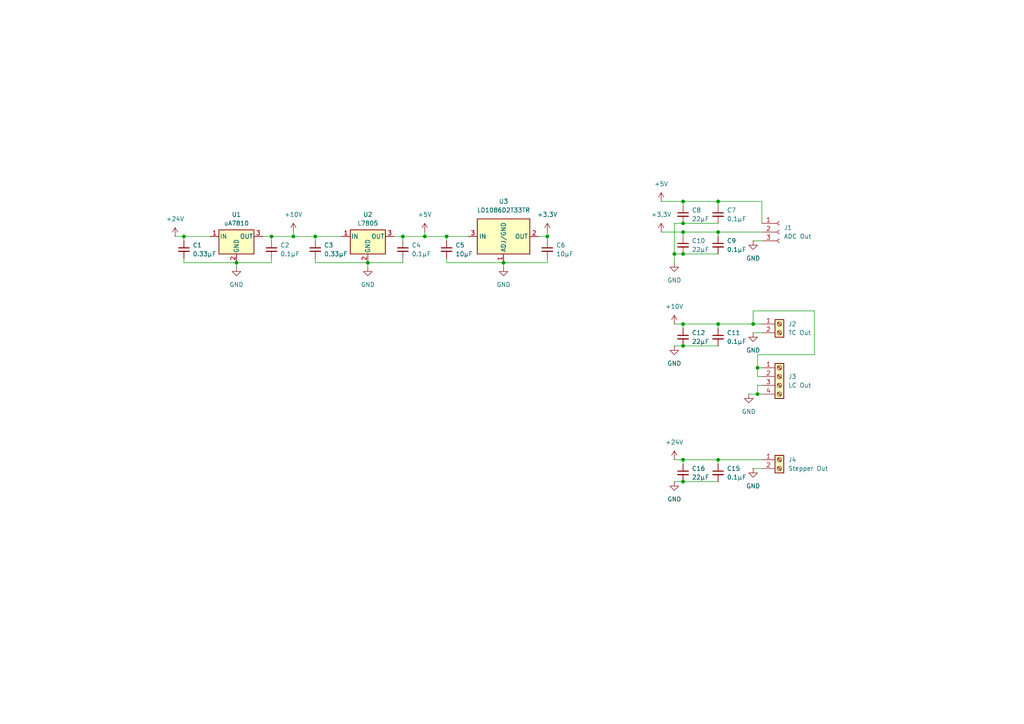
<source format=kicad_sch>
(kicad_sch (version 20231120) (generator "eeschema") (generator_version "8.0")
  (paper "A4")
  (lib_symbols
    (symbol "Connector:Conn_01x03_Socket" (pin_names (offset 1.016) hide)
      (property "Reference" "J" (at 0 5.08 0))
      (property "Value" "Conn_01x03_Socket" (at 0 -5.08 0))
      (symbol "Conn_01x03_Socket_1_1"
        (arc (start 0 -2.032) (mid -0.5058 -2.54) (end 0 -3.048) (stroke (width 0.1524)))
        (polyline (pts (xy -1.27 -2.54) (xy -0.508 -2.54)) (stroke (width 0.1524)))
        (polyline (pts (xy -1.27 0) (xy -0.508 0)) (stroke (width 0.1524)))
        (polyline (pts (xy -1.27 2.54) (xy -0.508 2.54)) (stroke (width 0.1524)))
        (arc (start 0 0.508) (mid -0.5058 0) (end 0 -0.508) (stroke (width 0.1524)))
        (arc (start 0 3.048) (mid -0.5058 2.54) (end 0 2.032) (stroke (width 0.1524)))
        (pin passive line (at -5.08 2.54 0) (length 3.81) (name "Pin_1") (number "1"))
        (pin passive line (at -5.08 0 0) (length 3.81) (name "Pin_2") (number "2"))
        (pin passive line (at -5.08 -2.54 0) (length 3.81) (name "Pin_3") (number "3"))
      )
    )
    (symbol "Connector:Screw_Terminal_01x02" (pin_names (offset 1.016) hide)
      (property "Reference" "J" (at 0 2.54 0))
      (property "Value" "Screw_Terminal_01x02" (at 0 -5.08 0))
      (symbol "Screw_Terminal_01x02_1_1"
        (rectangle (start -1.27 1.27) (end 1.27 -3.81) (stroke (width 0.254)) (fill (type background)))
        (circle (center 0 -2.54) (radius 0.635) (stroke (width 0.1524)))
        (polyline (pts (xy -0.5334 -2.2098) (xy 0.3302 -3.048)) (stroke (width 0.1524)))
        (polyline (pts (xy -0.5334 0.3302) (xy 0.3302 -0.508)) (stroke (width 0.1524)))
        (polyline (pts (xy -0.3556 -2.032) (xy 0.508 -2.8702)) (stroke (width 0.1524)))
        (polyline (pts (xy -0.3556 0.508) (xy 0.508 -0.3302)) (stroke (width 0.1524)))
        (circle (center 0 0) (radius 0.635) (stroke (width 0.1524)))
        (pin passive line (at -5.08 0 0) (length 3.81) (name "Pin_1") (number "1"))
        (pin passive line (at -5.08 -2.54 0) (length 3.81) (name "Pin_2") (number "2"))
      )
    )
    (symbol "Connector:Screw_Terminal_01x04" (pin_names (offset 1.016) hide)
      (property "Reference" "J" (at 0 5.08 0))
      (property "Value" "Screw_Terminal_01x04" (at 0 -7.62 0))
      (symbol "Screw_Terminal_01x04_1_1"
        (rectangle (start -1.27 3.81) (end 1.27 -6.35) (stroke (width 0.254)) (fill (type background)))
        (circle (center 0 -5.08) (radius 0.635) (stroke (width 0.1524)))
        (circle (center 0 -2.54) (radius 0.635) (stroke (width 0.1524)))
        (polyline (pts (xy -0.5334 -4.7498) (xy 0.3302 -5.588)) (stroke (width 0.1524)))
        (polyline (pts (xy -0.5334 -2.2098) (xy 0.3302 -3.048)) (stroke (width 0.1524)))
        (polyline (pts (xy -0.5334 0.3302) (xy 0.3302 -0.508)) (stroke (width 0.1524)))
        (polyline (pts (xy -0.5334 2.8702) (xy 0.3302 2.032)) (stroke (width 0.1524)))
        (polyline (pts (xy -0.3556 -4.572) (xy 0.508 -5.4102)) (stroke (width 0.1524)))
        (polyline (pts (xy -0.3556 -2.032) (xy 0.508 -2.8702)) (stroke (width 0.1524)))
        (polyline (pts (xy -0.3556 0.508) (xy 0.508 -0.3302)) (stroke (width 0.1524)))
        (polyline (pts (xy -0.3556 3.048) (xy 0.508 2.2098)) (stroke (width 0.1524)))
        (circle (center 0 0) (radius 0.635) (stroke (width 0.1524)))
        (circle (center 0 2.54) (radius 0.635) (stroke (width 0.1524)))
        (pin passive line (at -5.08 2.54 0) (length 3.81) (name "Pin_1") (number "1"))
        (pin passive line (at -5.08 0 0) (length 3.81) (name "Pin_2") (number "2"))
        (pin passive line (at -5.08 -2.54 0) (length 3.81) (name "Pin_3") (number "3"))
        (pin passive line (at -5.08 -5.08 0) (length 3.81) (name "Pin_4") (number "4"))
      )
    )
    (symbol "Device:C_Small" (pin_numbers hide) (pin_names (offset 0.254) hide)
      (property "Reference" "C" (at 0.254 1.778 0))
      (property "Value" "C_Small" (at 0.254 -2.032 0))
      (symbol "C_Small_0_1"
        (polyline (pts (xy -1.524 -0.508) (xy 1.524 -0.508)) (stroke (width 0.3302)))
        (polyline (pts (xy -1.524 0.508) (xy 1.524 0.508)) (stroke (width 0.3048)))
      )
      (symbol "C_Small_1_1"
        (pin passive line (at 0 2.54 270) (length 2.032) (name "~") (number "1"))
        (pin passive line (at 0 -2.54 90) (length 2.032) (name "~") (number "2"))
      )
    )
    (symbol "Regulator_Linear:L7805" (pin_names (offset 0.254))
      (property "Reference" "U" (at -3.81 3.175 0))
      (property "Value" "L7805" (at 0 3.175 0))
      (symbol "L7805_0_1"
        (rectangle (start -5.08 1.905) (end 5.08 -5.08) (stroke (width 0.254)) (fill (type background)))
      )
      (symbol "L7805_1_1"
        (pin power_in line (at -7.62 0 0) (length 2.54) (name "IN") (number "1"))
        (pin power_in line (at 0 -7.62 90) (length 2.54) (name "GND") (number "2"))
        (pin power_out line (at 7.62 0 180) (length 2.54) (name "OUT") (number "3"))
      )
    )
    (symbol "Regulator_Linear:LD1086D2T33TR"
      (property "Reference" "U" (at 0 10.16 0))
      (property "Value" "LD1086D2T33TR" (at 0 7.62 0))
      (symbol "LD1086D2T33TR_1_1"
        (rectangle (start -7.62 -5.08) (end 7.62 5.08) (stroke (width 0.254)) (fill (type background)))
        (pin input line (at 0 -7.62 90) (length 2.54) (name "ADJ/GND") (number "1"))
        (pin power_out line (at 10.16 0 180) (length 2.54) (name "OUT") (number "2"))
        (pin power_in line (at -10.16 0 0) (length 2.54) (name "IN") (number "3"))
      )
    )
    (symbol "Regulator_Linear:uA7810" (pin_names (offset 0.254))
      (property "Reference" "U" (at -3.81 3.175 0))
      (property "Value" "uA7810" (at 0 3.175 0))
      (symbol "uA7810_0_1"
        (rectangle (start -5.08 1.905) (end 5.08 -5.08) (stroke (width 0.254)) (fill (type background)))
      )
      (symbol "uA7810_1_1"
        (pin power_in line (at -7.62 0 0) (length 2.54) (name "IN") (number "1"))
        (pin power_in line (at 0 -7.62 90) (length 2.54) (name "GND") (number "2"))
        (pin power_out line (at 7.62 0 180) (length 2.54) (name "OUT") (number "3"))
      )
    )
    (symbol "power:+10V" (power) (pin_numbers hide) (pin_names (offset 0) hide)
      (property "Value" "+10V" (at 0 3.556 0))
      (symbol "+10V_0_1"
        (polyline (pts (xy -0.762 1.27) (xy 0 2.54)))
        (polyline (pts (xy 0 0) (xy 0 2.54)))
        (polyline (pts (xy 0 2.54) (xy 0.762 1.27)))
      )
      (symbol "+10V_1_1"
        (pin power_in line (at 0 0 90) (length 0) (name "~") (number "1"))
      )
    )
    (symbol "power:+24V" (power) (pin_numbers hide) (pin_names (offset 0) hide)
      (property "Value" "+24V" (at 0 3.556 0))
      (symbol "+24V_0_1"
        (polyline (pts (xy -0.762 1.27) (xy 0 2.54)))
        (polyline (pts (xy 0 0) (xy 0 2.54)))
        (polyline (pts (xy 0 2.54) (xy 0.762 1.27)))
      )
      (symbol "+24V_1_1"
        (pin power_in line (at 0 0 90) (length 0) (name "~") (number "1"))
      )
    )
    (symbol "power:+3.3V" (power) (pin_numbers hide) (pin_names (offset 0) hide)
      (property "Value" "+3.3V" (at 0 3.556 0))
      (symbol "+3.3V_0_1"
        (polyline (pts (xy -0.762 1.27) (xy 0 2.54)))
        (polyline (pts (xy 0 0) (xy 0 2.54)))
        (polyline (pts (xy 0 2.54) (xy 0.762 1.27)))
      )
      (symbol "+3.3V_1_1"
        (pin power_in line (at 0 0 90) (length 0) (name "~") (number "1"))
      )
    )
    (symbol "power:+5V" (power) (pin_numbers hide) (pin_names (offset 0) hide)
      (property "Value" "+5V" (at 0 3.556 0))
      (symbol "+5V_0_1"
        (polyline (pts (xy -0.762 1.27) (xy 0 2.54)))
        (polyline (pts (xy 0 0) (xy 0 2.54)))
        (polyline (pts (xy 0 2.54) (xy 0.762 1.27)))
      )
      (symbol "+5V_1_1"
        (pin power_in line (at 0 0 90) (length 0) (name "~") (number "1"))
      )
    )
    (symbol "power:GND" (power) (pin_numbers hide) (pin_names (offset 0) hide)
      (property "Value" "GND" (at 0 -3.81 0))
      (symbol "GND_0_1"
        (polyline (pts (xy 0 0) (xy 0 -1.27) (xy 1.27 -1.27) (xy 0 -2.54) (xy -1.27 -1.27) (xy 0 -1.27)))
      )
      (symbol "GND_1_1"
        (pin power_in line (at 0 0 270) (length 0) (name "~") (number "1"))
      )
    )
  )
  (junction (at 198.12 100.33))
  (junction (at 158.75 68.58))
  (junction (at 198.12 67.31))
  (junction (at 208.28 93.98))
  (junction (at 198.12 139.7))
  (junction (at 208.28 58.42))
  (junction (at 198.12 93.98))
  (junction (at 68.58 76.2))
  (junction (at 53.34 68.58))
  (junction (at 219.71 114.3))
  (junction (at 129.54 68.58))
  (junction (at 198.12 73.66))
  (junction (at 198.12 64.77))
  (junction (at 208.28 67.31))
  (junction (at 219.71 106.68))
  (junction (at 78.74 68.58))
  (junction (at 218.44 93.98))
  (junction (at 198.12 58.42))
  (junction (at 116.84 68.58))
  (junction (at 91.44 68.58))
  (junction (at 123.19 68.58))
  (junction (at 146.05 76.2))
  (junction (at 195.58 73.66))
  (junction (at 85.09 68.58))
  (junction (at 198.12 133.35))
  (junction (at 106.68 76.2))
  (junction (at 208.28 133.35))
  (wire (pts (xy 198.12 58.42) (xy 208.28 58.42)))
  (wire (pts (xy 208.28 67.31) (xy 220.98 67.31)))
  (wire (pts (xy 220.98 93.98) (xy 218.44 93.98)))
  (wire (pts (xy 129.54 69.85) (xy 129.54 68.58)))
  (wire (pts (xy 218.44 93.98) (xy 208.28 93.98)))
  (wire (pts (xy 195.58 93.98) (xy 198.12 93.98)))
  (wire (pts (xy 198.12 100.33) (xy 208.28 100.33)))
  (wire (pts (xy 208.28 93.98) (xy 208.28 95.25)))
  (wire (pts (xy 78.74 69.85) (xy 78.74 68.58)))
  (wire (pts (xy 218.44 90.17) (xy 218.44 93.98)))
  (wire (pts (xy 191.77 67.31) (xy 198.12 67.31)))
  (wire (pts (xy 116.84 68.58) (xy 116.84 69.85)))
  (wire (pts (xy 60.96 68.58) (xy 53.34 68.58)))
  (wire (pts (xy 219.71 106.68) (xy 219.71 102.87)))
  (wire (pts (xy 208.28 68.58) (xy 208.28 67.31)))
  (wire (pts (xy 198.12 67.31) (xy 208.28 67.31)))
  (wire (pts (xy 218.44 135.89) (xy 220.98 135.89)))
  (wire (pts (xy 68.58 76.2) (xy 68.58 77.47)))
  (wire (pts (xy 106.68 76.2) (xy 91.44 76.2)))
  (wire (pts (xy 198.12 133.35) (xy 198.12 134.62)))
  (wire (pts (xy 219.71 114.3) (xy 220.98 114.3)))
  (wire (pts (xy 106.68 76.2) (xy 106.68 77.47)))
  (wire (pts (xy 198.12 64.77) (xy 208.28 64.77)))
  (wire (pts (xy 195.58 64.77) (xy 198.12 64.77)))
  (wire (pts (xy 208.28 133.35) (xy 198.12 133.35)))
  (wire (pts (xy 85.09 68.58) (xy 91.44 68.58)))
  (wire (pts (xy 146.05 76.2) (xy 146.05 77.47)))
  (wire (pts (xy 129.54 76.2) (xy 129.54 74.93)))
  (wire (pts (xy 219.71 109.22) (xy 219.71 106.68)))
  (wire (pts (xy 156.21 68.58) (xy 158.75 68.58)))
  (wire (pts (xy 208.28 58.42) (xy 208.28 59.69)))
  (wire (pts (xy 123.19 67.31) (xy 123.19 68.58)))
  (wire (pts (xy 195.58 73.66) (xy 195.58 64.77)))
  (wire (pts (xy 158.75 67.31) (xy 158.75 68.58)))
  (wire (pts (xy 218.44 96.52) (xy 220.98 96.52)))
  (wire (pts (xy 114.3 68.58) (xy 116.84 68.58)))
  (wire (pts (xy 85.09 67.31) (xy 85.09 68.58)))
  (wire (pts (xy 116.84 76.2) (xy 106.68 76.2)))
  (wire (pts (xy 78.74 74.93) (xy 78.74 76.2)))
  (wire (pts (xy 195.58 133.35) (xy 198.12 133.35)))
  (wire (pts (xy 158.75 68.58) (xy 158.75 69.85)))
  (wire (pts (xy 123.19 68.58) (xy 129.54 68.58)))
  (wire (pts (xy 53.34 76.2) (xy 53.34 74.93)))
  (wire (pts (xy 198.12 93.98) (xy 198.12 95.25)))
  (wire (pts (xy 219.71 111.76) (xy 219.71 114.3)))
  (wire (pts (xy 50.8 68.58) (xy 53.34 68.58)))
  (wire (pts (xy 68.58 76.2) (xy 53.34 76.2)))
  (wire (pts (xy 91.44 76.2) (xy 91.44 74.93)))
  (wire (pts (xy 78.74 76.2) (xy 68.58 76.2)))
  (wire (pts (xy 198.12 139.7) (xy 208.28 139.7)))
  (wire (pts (xy 219.71 102.87) (xy 236.22 102.87)))
  (wire (pts (xy 116.84 68.58) (xy 123.19 68.58)))
  (wire (pts (xy 198.12 59.69) (xy 198.12 58.42)))
  (wire (pts (xy 236.22 102.87) (xy 236.22 90.17)))
  (wire (pts (xy 78.74 68.58) (xy 85.09 68.58)))
  (wire (pts (xy 195.58 76.2) (xy 195.58 73.66)))
  (wire (pts (xy 158.75 74.93) (xy 158.75 76.2)))
  (wire (pts (xy 116.84 74.93) (xy 116.84 76.2)))
  (wire (pts (xy 220.98 64.77) (xy 220.98 58.42)))
  (wire (pts (xy 191.77 58.42) (xy 198.12 58.42)))
  (wire (pts (xy 220.98 133.35) (xy 208.28 133.35)))
  (wire (pts (xy 219.71 106.68) (xy 220.98 106.68)))
  (wire (pts (xy 146.05 76.2) (xy 129.54 76.2)))
  (wire (pts (xy 53.34 68.58) (xy 53.34 69.85)))
  (wire (pts (xy 220.98 111.76) (xy 219.71 111.76)))
  (wire (pts (xy 146.05 76.2) (xy 158.75 76.2)))
  (wire (pts (xy 217.17 114.3) (xy 219.71 114.3)))
  (wire (pts (xy 236.22 90.17) (xy 218.44 90.17)))
  (wire (pts (xy 91.44 68.58) (xy 91.44 69.85)))
  (wire (pts (xy 76.2 68.58) (xy 78.74 68.58)))
  (wire (pts (xy 99.06 68.58) (xy 91.44 68.58)))
  (wire (pts (xy 195.58 139.7) (xy 198.12 139.7)))
  (wire (pts (xy 198.12 73.66) (xy 208.28 73.66)))
  (wire (pts (xy 129.54 68.58) (xy 135.89 68.58)))
  (wire (pts (xy 220.98 58.42) (xy 208.28 58.42)))
  (wire (pts (xy 208.28 93.98) (xy 198.12 93.98)))
  (wire (pts (xy 198.12 68.58) (xy 198.12 67.31)))
  (wire (pts (xy 208.28 133.35) (xy 208.28 134.62)))
  (wire (pts (xy 218.44 69.85) (xy 220.98 69.85)))
  (wire (pts (xy 195.58 73.66) (xy 198.12 73.66)))
  (wire (pts (xy 195.58 100.33) (xy 198.12 100.33)))
  (wire (pts (xy 220.98 109.22) (xy 219.71 109.22)))
  (symbol (lib_id "power:GND") (at 146.05 77.47 0) (unit 1)
    (property "Reference" "#PWR020" (effects (hide yes)))
    (property "Value" "GND" (at 146.05 82.55 0))
    (property "Description" "Power symbol creates a global label with name \"GND\" , ground" (effects (hide yes)))
  )
  (symbol (lib_id "power:GND") (at 218.44 69.85 0) (unit 1)
    (property "Reference" "#PWR03" (effects (hide yes)))
    (property "Value" "GND" (at 218.44 74.93 0))
    (property "Description" "Power symbol creates a global label with name \"GND\" , ground" (effects (hide yes)))
  )
  (symbol (lib_id "Device:C_Small") (at 198.12 137.16 0) (unit 1)
    (property "Reference" "C16" (at 200.66 135.8962 0) (effects (justify left)))
    (property "Value" "22μF" (at 200.66 138.4362 0) (effects (justify left)))
    (property "Description" "Unpolarized capacitor, small symbol" (effects (hide yes)))
  )
  (symbol (lib_id "Device:C_Small") (at 208.28 62.23 0) (unit 1)
    (property "Reference" "C7" (at 210.82 60.9662 0) (effects (justify left)))
    (property "Value" "0.1μF" (at 210.82 63.5062 0) (effects (justify left)))
    (property "Description" "Unpolarized capacitor, small symbol" (effects (hide yes)))
  )
  (symbol (lib_id "power:GND") (at 217.17 114.3 0) (unit 1)
    (property "Reference" "#PWR013" (effects (hide yes)))
    (property "Value" "GND" (at 217.17 119.38 0))
    (property "Description" "Power symbol creates a global label with name \"GND\" , ground" (effects (hide yes)))
  )
  (symbol (lib_id "Device:C_Small") (at 78.74 72.39 0) (unit 1)
    (property "Reference" "C2" (at 81.28 71.1262 0) (effects (justify left)))
    (property "Value" "0.1μF" (at 81.28 73.6662 0) (effects (justify left)))
    (property "Description" "Unpolarized capacitor, small symbol" (effects (hide yes)))
  )
  (symbol (lib_id "Device:C_Small") (at 129.54 72.39 0) (unit 1)
    (property "Reference" "C5" (at 132.08 71.1262 0) (effects (justify left)))
    (property "Value" "10μF" (at 132.08 73.6662 0) (effects (justify left)))
    (property "Description" "Unpolarized capacitor, small symbol" (effects (hide yes)))
  )
  (symbol (lib_id "Device:C_Small") (at 53.34 72.39 0) (unit 1)
    (property "Reference" "C1" (at 55.88 71.1262 0) (effects (justify left)))
    (property "Value" "0.33μF" (at 55.88 73.6662 0) (effects (justify left)))
    (property "Description" "Unpolarized capacitor, small symbol" (effects (hide yes)))
  )
  (symbol (lib_id "power:+24V") (at 50.8 68.58 0) (unit 1)
    (property "Reference" "#PWR02" (effects (hide yes)))
    (property "Value" "+24V" (at 50.8 63.5 0))
    (property "Description" "Power symbol creates a global label with name \"+24V\"" (effects (hide yes)))
  )
  (symbol (lib_id "power:GND") (at 195.58 100.33 0) (unit 1)
    (property "Reference" "#PWR012" (effects (hide yes)))
    (property "Value" "GND" (at 195.58 105.41 0))
    (property "Description" "Power symbol creates a global label with name \"GND\" , ground" (effects (hide yes)))
  )
  (symbol (lib_id "power:GND") (at 218.44 135.89 0) (unit 1)
    (property "Reference" "#PWR018" (effects (hide yes)))
    (property "Value" "GND" (at 218.44 140.97 0))
    (property "Description" "Power symbol creates a global label with name \"GND\" , ground" (effects (hide yes)))
  )
  (symbol (lib_id "Device:C_Small") (at 116.84 72.39 0) (unit 1)
    (property "Reference" "C4" (at 119.38 71.1262 0) (effects (justify left)))
    (property "Value" "0.1μF" (at 119.38 73.6662 0) (effects (justify left)))
    (property "Description" "Unpolarized capacitor, small symbol" (effects (hide yes)))
  )
  (symbol (lib_id "Connector:Screw_Terminal_01x02") (at 226.06 133.35 0) (unit 1)
    (property "Reference" "J4" (at 228.6 133.3499 0) (effects (justify left)))
    (property "Value" "Stepper Out" (at 228.6 135.8899 0) (effects (justify left)))
    (property "Footprint" "TerminalBlock:TerminalBlock_Xinya_XY308-2.54-2P_1x02_P2.54mm_Horizontal" (effects (hide yes)))
    (property "Description" "Generic screw terminal, single row, 01x02, script generated (kicad-library-utils/schlib/autogen/connector/)" (effects (hide yes)))
  )
  (symbol (lib_id "Device:C_Small") (at 158.75 72.39 0) (unit 1)
    (property "Reference" "C6" (at 161.29 71.1262 0) (effects (justify left)))
    (property "Value" "10μF" (at 161.29 73.6662 0) (effects (justify left)))
    (property "Description" "Unpolarized capacitor, small symbol" (effects (hide yes)))
  )
  (symbol (lib_id "power:GND") (at 68.58 77.47 0) (unit 1)
    (property "Reference" "#PWR01" (effects (hide yes)))
    (property "Value" "GND" (at 68.58 82.55 0))
    (property "Description" "Power symbol creates a global label with name \"GND\" , ground" (effects (hide yes)))
  )
  (symbol (lib_id "power:+10V") (at 195.58 93.98 0) (unit 1)
    (property "Reference" "#PWR09" (effects (hide yes)))
    (property "Value" "+10V" (at 195.58 88.9 0))
    (property "Description" "Power symbol creates a global label with name \"+10V\"" (effects (hide yes)))
  )
  (symbol (lib_id "Device:C_Small") (at 208.28 137.16 0) (unit 1)
    (property "Reference" "C15" (at 210.82 135.8962 0) (effects (justify left)))
    (property "Value" "0.1μF" (at 210.82 138.4362 0) (effects (justify left)))
    (property "Description" "Unpolarized capacitor, small symbol" (effects (hide yes)))
  )
  (symbol (lib_id "power:+3.3V") (at 158.75 67.31 0) (unit 1)
    (property "Reference" "#PWR06" (effects (hide yes)))
    (property "Value" "+3.3V" (at 158.75 62.23 0))
    (property "Description" "Power symbol creates a global label with name \"+3.3V\"" (effects (hide yes)))
  )
  (symbol (lib_id "power:+3.3V") (at 191.77 67.31 0) (unit 1)
    (property "Reference" "#PWR011" (effects (hide yes)))
    (property "Value" "+3.3V" (at 191.77 62.23 0))
    (property "Description" "Power symbol creates a global label with name \"+3.3V\"" (effects (hide yes)))
  )
  (symbol (lib_id "Regulator_Linear:uA7810") (at 68.58 68.58 0) (unit 1)
    (property "Reference" "U1" (at 68.58 62.23 0))
    (property "Value" "uA7810" (at 68.58 64.77 0))
    (property "Footprint" "Package_TO_SOT_SMD:TO-263-3_TabPin2" (effects (hide yes)))
    (property "Datasheet" "http://www.ti.com/lit/ds/symlink/ua78.pdf" (effects (hide yes)))
    (property "Description" "Positive 1A 35V Linear Regulator, Fixed Output 10V, TO-220/TO-263" (effects (hide yes)))
  )
  (symbol (lib_id "power:GND") (at 218.44 96.52 0) (unit 1)
    (property "Reference" "#PWR04" (effects (hide yes)))
    (property "Value" "GND" (at 218.44 101.6 0))
    (property "Description" "Power symbol creates a global label with name \"GND\" , ground" (effects (hide yes)))
  )
  (symbol (lib_id "Connector:Conn_01x03_Socket") (at 226.06 67.31 0) (unit 1)
    (property "Reference" "J1" (at 227.33 66.0399 0) (effects (justify left)))
    (property "Value" "ADC Out" (at 227.33 68.5799 0) (effects (justify left)))
    (property "Footprint" "Connector_JST:JST_XH_B3B-XH-A_1x03_P2.50mm_Vertical" (effects (hide yes)))
    (property "Description" "Generic connector, single row, 01x03, script generated" (effects (hide yes)))
  )
  (symbol (lib_id "power:+5V") (at 191.77 58.42 0) (unit 1)
    (property "Reference" "#PWR010" (effects (hide yes)))
    (property "Value" "+5V" (at 191.77 53.34 0))
    (property "Description" "Power symbol creates a global label with name \"+5V\"" (effects (hide yes)))
  )
  (symbol (lib_id "power:GND") (at 106.68 77.47 0) (unit 1)
    (property "Reference" "#PWR019" (effects (hide yes)))
    (property "Value" "GND" (at 106.68 82.55 0))
    (property "Description" "Power symbol creates a global label with name \"GND\" , ground" (effects (hide yes)))
  )
  (symbol (lib_id "power:GND") (at 195.58 76.2 0) (unit 1)
    (property "Reference" "#PWR08" (effects (hide yes)))
    (property "Value" "GND" (at 195.58 81.28 0))
    (property "Description" "Power symbol creates a global label with name \"GND\" , ground" (effects (hide yes)))
  )
  (symbol (lib_id "Device:C_Small") (at 198.12 71.12 0) (unit 1)
    (property "Reference" "C10" (at 200.66 69.8562 0) (effects (justify left)))
    (property "Value" "22μF" (at 200.66 72.3962 0) (effects (justify left)))
    (property "Description" "Unpolarized capacitor, small symbol" (effects (hide yes)))
  )
  (symbol (lib_id "Regulator_Linear:L7805") (at 106.68 68.58 0) (unit 1)
    (property "Reference" "U2" (at 106.68 62.23 0))
    (property "Value" "L7805" (at 106.68 64.77 0))
    (property "Footprint" "Package_TO_SOT_SMD:TO-263-2" (effects (hide yes)))
    (property "Datasheet" "http://www.st.com/content/ccc/resource/technical/document/datasheet/41/4f/b3/b0/12/d4/47/88/CD00000444.pdf/files/CD00000444.pdf/jcr:content/translations/en.CD00000444.pdf" (effects (hide yes)))
    (property "Description" "Positive 1.5A 35V Linear Regulator, Fixed Output 5V, TO-220/TO-263/TO-252" (effects (hide yes)))
  )
  (symbol (lib_id "power:GND") (at 195.58 139.7 0) (unit 1)
    (property "Reference" "#PWR017" (effects (hide yes)))
    (property "Value" "GND" (at 195.58 144.78 0))
    (property "Description" "Power symbol creates a global label with name \"GND\" , ground" (effects (hide yes)))
  )
  (symbol (lib_id "power:+24V") (at 195.58 133.35 0) (unit 1)
    (property "Reference" "#PWR016" (effects (hide yes)))
    (property "Value" "+24V" (at 195.58 128.27 0))
    (property "Description" "Power symbol creates a global label with name \"+24V\"" (effects (hide yes)))
  )
  (symbol (lib_id "Device:C_Small") (at 198.12 62.23 0) (unit 1)
    (property "Reference" "C8" (at 200.66 60.9662 0) (effects (justify left)))
    (property "Value" "22μF" (at 200.66 63.5062 0) (effects (justify left)))
    (property "Description" "Unpolarized capacitor, small symbol" (effects (hide yes)))
  )
  (symbol (lib_id "Regulator_Linear:LD1086D2T33TR") (at 146.05 68.58 0) (unit 1)
    (property "Reference" "U3" (at 146.05 58.42 0))
    (property "Value" "LD1086D2T33TR" (at 146.05 60.96 0))
    (property "Footprint" "Package_TO_SOT_SMD:TO-263-2" (effects (hide yes)))
    (property "Datasheet" "https://www.st.com/resource/en/datasheet/ld1086.pdf" (effects (hide yes)))
    (property "Description" "Positive, 1.5A 30V, Linear Regulator, Fixed Output 3.3V, TO-263" (effects (hide yes)))
  )
  (symbol (lib_id "power:+10V") (at 85.09 67.31 0) (unit 1)
    (property "Reference" "#PWR07" (effects (hide yes)))
    (property "Value" "+10V" (at 85.09 62.23 0))
    (property "Description" "Power symbol creates a global label with name \"+10V\"" (effects (hide yes)))
  )
  (symbol (lib_id "power:+5V") (at 123.19 67.31 0) (unit 1)
    (property "Reference" "#PWR05" (effects (hide yes)))
    (property "Value" "+5V" (at 123.19 62.23 0))
    (property "Description" "Power symbol creates a global label with name \"+5V\"" (effects (hide yes)))
  )
  (symbol (lib_id "Device:C_Small") (at 208.28 97.79 0) (unit 1)
    (property "Reference" "C11" (at 210.82 96.5262 0) (effects (justify left)))
    (property "Value" "0.1μF" (at 210.82 99.0662 0) (effects (justify left)))
    (property "Description" "Unpolarized capacitor, small symbol" (effects (hide yes)))
  )
  (symbol (lib_id "Device:C_Small") (at 91.44 72.39 0) (unit 1)
    (property "Reference" "C3" (at 93.98 71.1262 0) (effects (justify left)))
    (property "Value" "0.33μF" (at 93.98 73.6662 0) (effects (justify left)))
    (property "Description" "Unpolarized capacitor, small symbol" (effects (hide yes)))
  )
  (symbol (lib_id "Device:C_Small") (at 198.12 97.79 0) (unit 1)
    (property "Reference" "C12" (at 200.66 96.5262 0) (effects (justify left)))
    (property "Value" "22μF" (at 200.66 99.0662 0) (effects (justify left)))
    (property "Description" "Unpolarized capacitor, small symbol" (effects (hide yes)))
  )
  (symbol (lib_id "Connector:Screw_Terminal_01x02") (at 226.06 93.98 0) (unit 1)
    (property "Reference" "J2" (at 228.6 93.9799 0) (effects (justify left)))
    (property "Value" "TC Out" (at 228.6 96.5199 0) (effects (justify left)))
    (property "Footprint" "TerminalBlock:TerminalBlock_Xinya_XY308-2.54-2P_1x02_P2.54mm_Horizontal" (effects (hide yes)))
    (property "Description" "Generic screw terminal, single row, 01x02, script generated (kicad-library-utils/schlib/autogen/connector/)" (effects (hide yes)))
  )
  (symbol (lib_id "Connector:Screw_Terminal_01x04") (at 226.06 109.22 0) (unit 1)
    (property "Reference" "J3" (at 228.6 109.2199 0) (effects (justify left)))
    (property "Value" "LC Out" (at 228.6 111.7599 0) (effects (justify left)))
    (property "Footprint" "TerminalBlock:TerminalBlock_Xinya_XY308-2.54-4P_1x04_P2.54mm_Horizontal" (effects (hide yes)))
    (property "Description" "Generic screw terminal, single row, 01x04, script generated (kicad-library-utils/schlib/autogen/connector/)" (effects (hide yes)))
  )
  (symbol (lib_id "Device:C_Small") (at 208.28 71.12 0) (unit 1)
    (property "Reference" "C9" (at 210.82 69.8562 0) (effects (justify left)))
    (property "Value" "0.1μF" (at 210.82 72.3962 0) (effects (justify left)))
    (property "Description" "Unpolarized capacitor, small symbol" (effects (hide yes)))
  )
)
</source>
